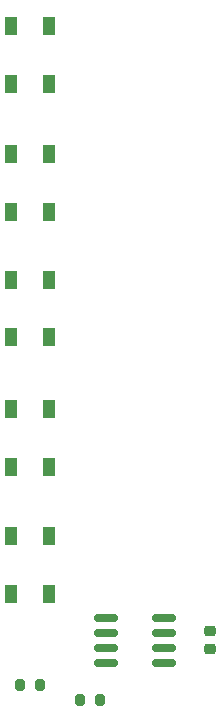
<source format=gbr>
G04 #@! TF.GenerationSoftware,KiCad,Pcbnew,7.0.7*
G04 #@! TF.CreationDate,2023-10-02T17:26:39+09:00*
G04 #@! TF.ProjectId,control_interface_boad_2021-2,636f6e74-726f-46c5-9f69-6e7465726661,rev?*
G04 #@! TF.SameCoordinates,Original*
G04 #@! TF.FileFunction,Paste,Top*
G04 #@! TF.FilePolarity,Positive*
%FSLAX46Y46*%
G04 Gerber Fmt 4.6, Leading zero omitted, Abs format (unit mm)*
G04 Created by KiCad (PCBNEW 7.0.7) date 2023-10-02 17:26:39*
%MOMM*%
%LPD*%
G01*
G04 APERTURE LIST*
G04 Aperture macros list*
%AMRoundRect*
0 Rectangle with rounded corners*
0 $1 Rounding radius*
0 $2 $3 $4 $5 $6 $7 $8 $9 X,Y pos of 4 corners*
0 Add a 4 corners polygon primitive as box body*
4,1,4,$2,$3,$4,$5,$6,$7,$8,$9,$2,$3,0*
0 Add four circle primitives for the rounded corners*
1,1,$1+$1,$2,$3*
1,1,$1+$1,$4,$5*
1,1,$1+$1,$6,$7*
1,1,$1+$1,$8,$9*
0 Add four rect primitives between the rounded corners*
20,1,$1+$1,$2,$3,$4,$5,0*
20,1,$1+$1,$4,$5,$6,$7,0*
20,1,$1+$1,$6,$7,$8,$9,0*
20,1,$1+$1,$8,$9,$2,$3,0*%
G04 Aperture macros list end*
%ADD10R,1.000000X1.500000*%
%ADD11RoundRect,0.200000X0.200000X0.275000X-0.200000X0.275000X-0.200000X-0.275000X0.200000X-0.275000X0*%
%ADD12RoundRect,0.225000X-0.250000X0.225000X-0.250000X-0.225000X0.250000X-0.225000X0.250000X0.225000X0*%
%ADD13RoundRect,0.150000X0.825000X0.150000X-0.825000X0.150000X-0.825000X-0.150000X0.825000X-0.150000X0*%
G04 APERTURE END LIST*
D10*
X126060000Y-50890000D03*
X122860000Y-50890000D03*
X122860000Y-55790000D03*
X126060000Y-55790000D03*
X126060000Y-61685000D03*
X122860000Y-61685000D03*
X122860000Y-66585000D03*
X126060000Y-66585000D03*
X126060000Y-72340000D03*
X122860000Y-72340000D03*
X122860000Y-77240000D03*
X126060000Y-77240000D03*
X126060000Y-83275000D03*
X122860000Y-83275000D03*
X122860000Y-88175000D03*
X126060000Y-88175000D03*
X126060000Y-94070000D03*
X122860000Y-94070000D03*
X122860000Y-98970000D03*
X126060000Y-98970000D03*
D11*
X130365000Y-107950000D03*
X128715000Y-107950000D03*
D12*
X139700000Y-102095000D03*
X139700000Y-103645000D03*
D11*
X125285000Y-106680000D03*
X123635000Y-106680000D03*
D13*
X135825000Y-104775000D03*
X135825000Y-103505000D03*
X135825000Y-102235000D03*
X135825000Y-100965000D03*
X130875000Y-100965000D03*
X130875000Y-102235000D03*
X130875000Y-103505000D03*
X130875000Y-104775000D03*
M02*

</source>
